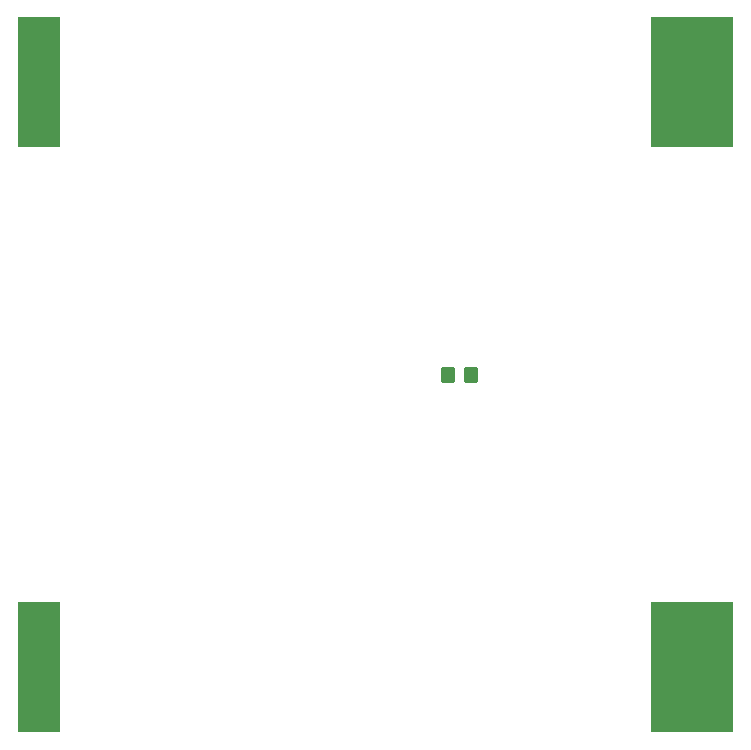
<source format=gbr>
%TF.GenerationSoftware,KiCad,Pcbnew,6.0.4-6f826c9f35~116~ubuntu20.04.1*%
%TF.CreationDate,2022-08-15T10:07:19+00:00*%
%TF.ProjectId,SOLARMINIBAT01A,534f4c41-524d-4494-9e49-424154303141,rev?*%
%TF.SameCoordinates,Original*%
%TF.FileFunction,Paste,Top*%
%TF.FilePolarity,Positive*%
%FSLAX46Y46*%
G04 Gerber Fmt 4.6, Leading zero omitted, Abs format (unit mm)*
G04 Created by KiCad (PCBNEW 6.0.4-6f826c9f35~116~ubuntu20.04.1) date 2022-08-15 10:07:19*
%MOMM*%
%LPD*%
G01*
G04 APERTURE LIST*
G04 Aperture macros list*
%AMRoundRect*
0 Rectangle with rounded corners*
0 $1 Rounding radius*
0 $2 $3 $4 $5 $6 $7 $8 $9 X,Y pos of 4 corners*
0 Add a 4 corners polygon primitive as box body*
4,1,4,$2,$3,$4,$5,$6,$7,$8,$9,$2,$3,0*
0 Add four circle primitives for the rounded corners*
1,1,$1+$1,$2,$3*
1,1,$1+$1,$4,$5*
1,1,$1+$1,$6,$7*
1,1,$1+$1,$8,$9*
0 Add four rect primitives between the rounded corners*
20,1,$1+$1,$2,$3,$4,$5,0*
20,1,$1+$1,$4,$5,$6,$7,0*
20,1,$1+$1,$6,$7,$8,$9,0*
20,1,$1+$1,$8,$9,$2,$3,0*%
G04 Aperture macros list end*
%ADD10R,7.000000X11.000000*%
%ADD11R,3.600000X11.000000*%
%ADD12RoundRect,0.250000X-0.350000X-0.450000X0.350000X-0.450000X0.350000X0.450000X-0.350000X0.450000X0*%
G04 APERTURE END LIST*
D10*
%TO.C,BT1*%
X64875000Y60325000D03*
D11*
X9630000Y10795000D03*
D10*
X64875000Y10795000D03*
D11*
X9630000Y60325000D03*
%TD*%
D12*
%TO.C,R4*%
X44212000Y35560000D03*
X46212000Y35560000D03*
%TD*%
M02*

</source>
